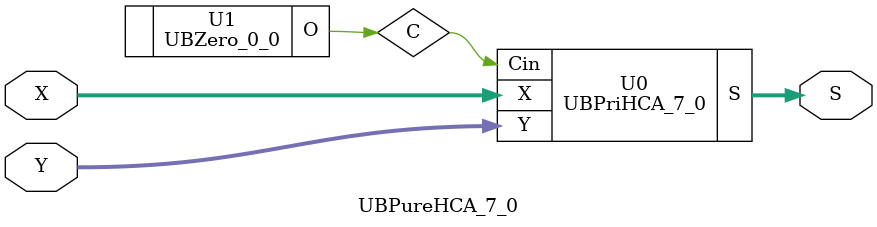
<source format=v>
/*----------------------------------------------------------------------------
  Copyright (c) 2021 Homma laboratory. All rights reserved.

  Top module: UBHCA_7_0_7_0

  Operand-1 length: 8
  Operand-2 length: 8
  Two-operand addition algorithm: Han-Carlson adder
----------------------------------------------------------------------------*/

module GPGenerator(Go, Po, A, B);
  output Go;
  output Po;
  input A;
  input B;
  assign Go = A & B;
  assign Po = A ^ B;
endmodule

module CarryOperator(Go, Po, Gi1, Pi1, Gi2, Pi2);
  output Go;
  output Po;
  input Gi1;
  input Gi2;
  input Pi1;
  input Pi2;
  assign Go = Gi1 | ( Gi2 & Pi1 );
  assign Po = Pi1 & Pi2;
endmodule

module UBPriHCA_7_0(S, X, Y, Cin);
  output [8:0] S;
  input Cin;
  input [7:0] X;
  input [7:0] Y;
  wire [7:0] G0;
  wire [7:0] G1;
  wire [7:0] G2;
  wire [7:0] G3;
  wire [7:0] G4;
  wire [7:0] P0;
  wire [7:0] P1;
  wire [7:0] P2;
  wire [7:0] P3;
  wire [7:0] P4;
  assign P1[0] = P0[0];
  assign G1[0] = G0[0];
  assign P1[2] = P0[2];
  assign G1[2] = G0[2];
  assign P1[4] = P0[4];
  assign G1[4] = G0[4];
  assign P1[6] = P0[6];
  assign G1[6] = G0[6];
  assign P2[0] = P1[0];
  assign G2[0] = G1[0];
  assign P2[1] = P1[1];
  assign G2[1] = G1[1];
  assign P2[2] = P1[2];
  assign G2[2] = G1[2];
  assign P2[4] = P1[4];
  assign G2[4] = G1[4];
  assign P2[6] = P1[6];
  assign G2[6] = G1[6];
  assign P3[0] = P2[0];
  assign G3[0] = G2[0];
  assign P3[1] = P2[1];
  assign G3[1] = G2[1];
  assign P3[2] = P2[2];
  assign G3[2] = G2[2];
  assign P3[3] = P2[3];
  assign G3[3] = G2[3];
  assign P3[4] = P2[4];
  assign G3[4] = G2[4];
  assign P3[6] = P2[6];
  assign G3[6] = G2[6];
  assign P4[0] = P3[0];
  assign G4[0] = G3[0];
  assign P4[1] = P3[1];
  assign G4[1] = G3[1];
  assign P4[3] = P3[3];
  assign G4[3] = G3[3];
  assign P4[5] = P3[5];
  assign G4[5] = G3[5];
  assign P4[7] = P3[7];
  assign G4[7] = G3[7];
  assign S[0] = Cin ^ P0[0];
  assign S[1] = ( G4[0] | ( P4[0] & Cin ) ) ^ P0[1];
  assign S[2] = ( G4[1] | ( P4[1] & Cin ) ) ^ P0[2];
  assign S[3] = ( G4[2] | ( P4[2] & Cin ) ) ^ P0[3];
  assign S[4] = ( G4[3] | ( P4[3] & Cin ) ) ^ P0[4];
  assign S[5] = ( G4[4] | ( P4[4] & Cin ) ) ^ P0[5];
  assign S[6] = ( G4[5] | ( P4[5] & Cin ) ) ^ P0[6];
  assign S[7] = ( G4[6] | ( P4[6] & Cin ) ) ^ P0[7];
  assign S[8] = G4[7] | ( P4[7] & Cin );
  GPGenerator U0 (G0[0], P0[0], X[0], Y[0]);
  GPGenerator U1 (G0[1], P0[1], X[1], Y[1]);
  GPGenerator U2 (G0[2], P0[2], X[2], Y[2]);
  GPGenerator U3 (G0[3], P0[3], X[3], Y[3]);
  GPGenerator U4 (G0[4], P0[4], X[4], Y[4]);
  GPGenerator U5 (G0[5], P0[5], X[5], Y[5]);
  GPGenerator U6 (G0[6], P0[6], X[6], Y[6]);
  GPGenerator U7 (G0[7], P0[7], X[7], Y[7]);
  CarryOperator U8 (G1[1], P1[1], G0[1], P0[1], G0[0], P0[0]);
  CarryOperator U9 (G1[3], P1[3], G0[3], P0[3], G0[2], P0[2]);
  CarryOperator U10 (G1[5], P1[5], G0[5], P0[5], G0[4], P0[4]);
  CarryOperator U11 (G1[7], P1[7], G0[7], P0[7], G0[6], P0[6]);
  CarryOperator U12 (G2[3], P2[3], G1[3], P1[3], G1[1], P1[1]);
  CarryOperator U13 (G2[5], P2[5], G1[5], P1[5], G1[3], P1[3]);
  CarryOperator U14 (G2[7], P2[7], G1[7], P1[7], G1[5], P1[5]);
  CarryOperator U15 (G3[5], P3[5], G2[5], P2[5], G2[1], P2[1]);
  CarryOperator U16 (G3[7], P3[7], G2[7], P2[7], G2[3], P2[3]);
  CarryOperator U17 (G4[2], P4[2], G3[2], P3[2], G3[1], P3[1]);
  CarryOperator U18 (G4[4], P4[4], G3[4], P3[4], G3[3], P3[3]);
  CarryOperator U19 (G4[6], P4[6], G3[6], P3[6], G3[5], P3[5]);
endmodule

module UBZero_0_0(O);
  output [0:0] O;
  assign O[0] = 0;
endmodule

module UBHCA_7_0_7_0 (S, X, Y);
  output [8:0] S;
  input [7:0] X;
  input [7:0] Y;
  UBPureHCA_7_0 U0 (S[8:0], X[7:0], Y[7:0]);
endmodule

module UBPureHCA_7_0 (S, X, Y);
  output [8:0] S;
  input [7:0] X;
  input [7:0] Y;
  wire C;
  UBPriHCA_7_0 U0 (S, X, Y, C);
  UBZero_0_0 U1 (C);
endmodule


</source>
